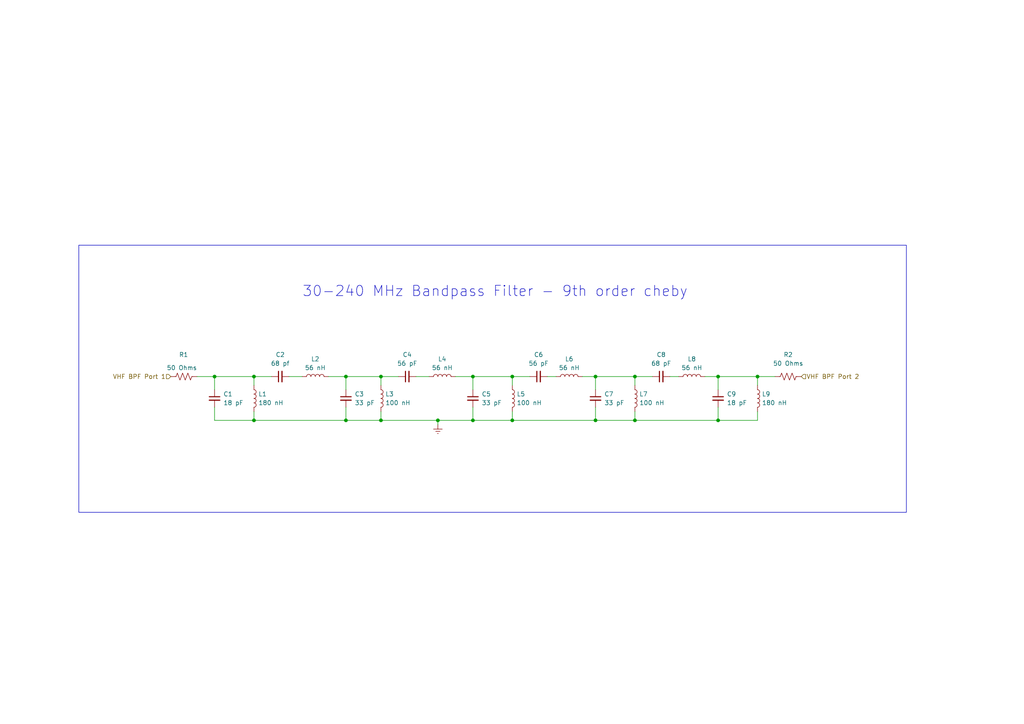
<source format=kicad_sch>
(kicad_sch (version 20230121) (generator eeschema)
  (paper "A4")
  (title_block (title "PLUTO RF Front-End Card") (rev " 001") (company "Steves Custom Computers"))
  (lib_symbols
    (symbol "Device:C_Small" (pin_numbers hide) (pin_names (offset 0.254) hide)
      (property "Reference" "C" (at 0.254 1.778 0))
      (property "Value" "C_Small" (at 0.254 -2.032 0))
      (symbol "C_Small_0_1"
        (polyline (pts (xy -1.524 -0.508) (xy 1.524 -0.508)) (stroke (width 0.3302)))
        (polyline (pts (xy -1.524 0.508) (xy 1.524 0.508)) (stroke (width 0.3048)))
      )
      (symbol "C_Small_1_1"
        (pin passive line (at 0 2.54 270) (length 2.032) (name "~") (number "1"))
        (pin passive line (at 0 -2.54 90) (length 2.032) (name "~") (number "2"))
      )
    )
    (symbol "Device:L" (pin_numbers hide) (pin_names (offset 1.016) hide)
      (property "Reference" "L" (at -1.27 0 90))
      (property "Value" "L" (at 1.905 0 90))
      (symbol "L_0_1"
        (arc (start 0 -2.54) (mid 0.6323 -1.905) (end 0 -1.27))
        (arc (start 0 -1.27) (mid 0.6323 -0.635) (end 0 0))
        (arc (start 0 0) (mid 0.6323 0.635) (end 0 1.27))
        (arc (start 0 1.27) (mid 0.6323 1.905) (end 0 2.54))
      )
      (symbol "L_1_1"
        (pin passive line (at 0 3.81 270) (length 1.27) (name "1") (number "1"))
        (pin passive line (at 0 -3.81 90) (length 1.27) (name "2") (number "2"))
      )
    )
    (symbol "Device:R_US" (pin_numbers hide) (pin_names (offset 0))
      (property "Reference" "R" (at 2.54 0 90))
      (property "Value" "R_US" (at -2.54 0 90))
      (symbol "R_US_0_1"
        (polyline (pts (xy 0 -2.286) (xy 0 -2.54)))
        (polyline (pts (xy 0 2.286) (xy 0 2.54)))
        (polyline (pts (xy 0 -0.762) (xy 1.016 -1.143) (xy 0 -1.524) (xy -1.016 -1.905) (xy 0 -2.286)))
        (polyline (pts (xy 0 0.762) (xy 1.016 0.381) (xy 0 0) (xy -1.016 -0.381) (xy 0 -0.762)))
        (polyline (pts (xy 0 2.286) (xy 1.016 1.905) (xy 0 1.524) (xy -1.016 1.143) (xy 0 0.762)))
      )
      (symbol "R_US_1_1"
        (pin passive line (at 0 3.81 270) (length 1.27) (name "~") (number "1"))
        (pin passive line (at 0 -3.81 90) (length 1.27) (name "~") (number "2"))
      )
    )
    (symbol "power:Earth" (power) (pin_names (offset 0))
      (symbol "Earth_0_1"
        (polyline (pts (xy -0.635 -1.905) (xy 0.635 -1.905)))
        (polyline (pts (xy -0.127 -2.54) (xy 0.127 -2.54)))
        (polyline (pts (xy 0 -1.27) (xy 0 0)))
        (polyline (pts (xy 1.27 -1.27) (xy -1.27 -1.27)))
      )
      (symbol "Earth_1_1"
        (pin power_in line (at 0 0 270) (length 0) hide (name "Earth") (number "1"))
      )
    )
  )
  (junction (at 100.33 121.92))
  (junction (at 172.72 109.22))
  (junction (at 208.28 121.92))
  (junction (at 100.33 109.22))
  (junction (at 148.59 109.22))
  (junction (at 110.49 109.22))
  (junction (at 184.15 121.92))
  (junction (at 73.66 109.22))
  (junction (at 73.66 121.92))
  (junction (at 62.23 109.22))
  (junction (at 148.59 121.92))
  (junction (at 110.49 121.92))
  (junction (at 137.16 121.92))
  (junction (at 172.72 121.92))
  (junction (at 208.28 109.22))
  (junction (at 127 121.92))
  (junction (at 184.15 109.22))
  (junction (at 137.16 109.22))
  (junction (at 219.71 109.22))
  (wire (pts (xy 62.23 121.92) (xy 73.66 121.92)))
  (wire (pts (xy 62.23 109.22) (xy 73.66 109.22)))
  (wire (pts (xy 62.23 118.11) (xy 62.23 121.92)))
  (wire (pts (xy 204.47 109.22) (xy 208.28 109.22)))
  (wire (pts (xy 172.72 109.22) (xy 184.15 109.22)))
  (wire (pts (xy 208.28 118.11) (xy 208.28 121.92)))
  (wire (pts (xy 208.28 113.03) (xy 208.28 109.22)))
  (wire (pts (xy 137.16 109.22) (xy 137.16 113.03)))
  (wire (pts (xy 124.46 109.22) (xy 120.65 109.22)))
  (wire (pts (xy 110.49 111.76) (xy 110.49 109.22)))
  (wire (pts (xy 78.74 109.22) (xy 73.66 109.22)))
  (wire (pts (xy 110.49 119.38) (xy 110.49 121.92)))
  (wire (pts (xy 208.28 121.92) (xy 184.15 121.92)))
  (wire (pts (xy 110.49 109.22) (xy 115.57 109.22)))
  (wire (pts (xy 132.08 109.22) (xy 137.16 109.22)))
  (wire (pts (xy 137.16 121.92) (xy 127 121.92)))
  (wire (pts (xy 148.59 121.92) (xy 172.72 121.92)))
  (wire (pts (xy 148.59 109.22) (xy 137.16 109.22)))
  (wire (pts (xy 224.79 109.22) (xy 219.71 109.22)))
  (wire (pts (xy 100.33 118.11) (xy 100.33 121.92)))
  (wire (pts (xy 100.33 109.22) (xy 100.33 113.03)))
  (wire (pts (xy 184.15 111.76) (xy 184.15 109.22)))
  (wire (pts (xy 127 121.92) (xy 127 123.19)))
  (wire (pts (xy 148.59 121.92) (xy 137.16 121.92)))
  (wire (pts (xy 73.66 109.22) (xy 73.66 111.76)))
  (wire (pts (xy 184.15 119.38) (xy 184.15 121.92)))
  (wire (pts (xy 100.33 109.22) (xy 110.49 109.22)))
  (wire (pts (xy 100.33 121.92) (xy 110.49 121.92)))
  (wire (pts (xy 153.67 109.22) (xy 148.59 109.22)))
  (wire (pts (xy 219.71 109.22) (xy 219.71 111.76)))
  (wire (pts (xy 161.29 109.22) (xy 158.75 109.22)))
  (wire (pts (xy 219.71 121.92) (xy 219.71 119.38)))
  (wire (pts (xy 148.59 119.38) (xy 148.59 121.92)))
  (wire (pts (xy 127 121.92) (xy 110.49 121.92)))
  (wire (pts (xy 189.23 109.22) (xy 184.15 109.22)))
  (wire (pts (xy 208.28 121.92) (xy 219.71 121.92)))
  (wire (pts (xy 57.15 109.22) (xy 62.23 109.22)))
  (wire (pts (xy 73.66 121.92) (xy 73.66 119.38)))
  (wire (pts (xy 172.72 118.11) (xy 172.72 121.92)))
  (wire (pts (xy 148.59 111.76) (xy 148.59 109.22)))
  (wire (pts (xy 62.23 113.03) (xy 62.23 109.22)))
  (wire (pts (xy 168.91 109.22) (xy 172.72 109.22)))
  (wire (pts (xy 87.63 109.22) (xy 83.82 109.22)))
  (wire (pts (xy 196.85 109.22) (xy 194.31 109.22)))
  (wire (pts (xy 100.33 121.92) (xy 73.66 121.92)))
  (wire (pts (xy 95.25 109.22) (xy 100.33 109.22)))
  (wire (pts (xy 208.28 109.22) (xy 219.71 109.22)))
  (wire (pts (xy 172.72 109.22) (xy 172.72 113.03)))
  (wire (pts (xy 137.16 118.11) (xy 137.16 121.92)))
  (wire (pts (xy 172.72 121.92) (xy 184.15 121.92)))
  (rectangle (start 22.86 71.12) (end 262.89 148.59))
  (text "30-240 MHz Bandpass Filter - 9th order cheby" (at 87.63 86.36 0) (effects (font (size 3 3)) (justify left bottom)))
  (hierarchical_label "VHF BPF Port 2" (shape input) (at 232.41 109.22 0))
  (hierarchical_label "VHF BPF Port 1" (shape input) (at 49.53 109.22 180))
  (symbol (lib_id "Device:L") (at 91.44 109.22 90) (unit 1)
    (property "Reference" "L2" (at 91.44 104.14 90))
    (property "Value" "56 nH" (at 91.44 106.68 90))
    (property "Footprint" "Inductor_SMD:L_1206_3216Metric" (effects hide))
    (instances (project "UpDownConverter" (path "" (reference "L2") (unit 1)) (path "" (reference "L2") (unit 1)) (path "" (reference "L11") (unit 1))))
  )
  (symbol (lib_id "Device:C_Small") (at 62.23 115.57 0) (unit 1)
    (property "Reference" "C1" (at 64.77 114.3063 0) (effects (justify left)))
    (property "Value" "18 pF" (at 64.77 116.8463 0) (effects (justify left)))
    (property "Footprint" "Capacitor_SMD:C_1206_3216Metric" (effects hide))
    (instances (project "UpDownConverter" (path "" (reference "C1") (unit 1)) (path "" (reference "C1") (unit 1)) (path "" (reference "C10") (unit 1))))
  )
  (symbol (lib_id "Device:R_US") (at 228.6 109.22 90) (unit 1)
    (property "Reference" "R2" (at 228.6 102.87 90))
    (property "Value" "50 Ohms" (at 228.6 105.41 90))
    (property "Footprint" "Resistor_SMD:R_1206_3216Metric" (effects hide))
    (instances (project "UpDownConverter" (path "" (reference "R2") (unit 1)) (path "" (reference "R4") (unit 1))))
  )
  (symbol (lib_id "Device:L") (at 110.49 115.57 0) (unit 1)
    (property "Reference" "L3" (at 111.76 114.3 0) (effects (justify left)))
    (property "Value" "100 nH" (at 111.76 116.84 0) (effects (justify left)))
    (property "Footprint" "Inductor_SMD:L_1206_3216Metric" (effects hide))
    (instances (project "UpDownConverter" (path "" (reference "L3") (unit 1)) (path "" (reference "L3") (unit 1)) (path "" (reference "L12") (unit 1))))
  )
  (symbol (lib_id "power:Earth") (at 127 123.19 0) (unit 1)
    (property "Reference" "#PWR08" (effects hide))
    (property "Value" "Earth" (effects hide))
    (instances (project "UpDownConverter" (path "" (reference "#PWR08") (unit 1)) (path "" (reference "#PWR011") (unit 1)) (path "" (reference "#PWR03") (unit 1))))
  )
  (symbol (lib_id "Device:L") (at 128.27 109.22 90) (unit 1)
    (property "Reference" "L4" (at 128.27 104.14 90))
    (property "Value" "56 nH" (at 128.27 106.68 90))
    (property "Footprint" "Inductor_SMD:L_1206_3216Metric" (effects hide))
    (instances (project "UpDownConverter" (path "" (reference "L4") (unit 1)) (path "" (reference "L4") (unit 1)) (path "" (reference "L13") (unit 1))))
  )
  (symbol (lib_id "Device:R_US") (at 53.34 109.22 90) (unit 1)
    (property "Reference" "R1" (at 54.61 102.87 90) (effects (justify left)))
    (property "Value" "50 Ohms" (at 57.15 106.68 90) (effects (justify left)))
    (property "Footprint" "Resistor_SMD:R_1206_3216Metric" (effects hide))
    (instances (project "UpDownConverter" (path "" (reference "R1") (unit 1)) (path "" (reference "R3") (unit 1))))
  )
  (symbol (lib_id "Device:C_Small") (at 137.16 115.57 0) (unit 1)
    (property "Reference" "C5" (at 139.7 114.3063 0) (effects (justify left)))
    (property "Value" "33 pF" (at 139.7 116.8463 0) (effects (justify left)))
    (property "Footprint" "Capacitor_SMD:C_1206_3216Metric" (effects hide))
    (instances (project "UpDownConverter" (path "" (reference "C5") (unit 1)) (path "" (reference "C5") (unit 1)) (path "" (reference "C14") (unit 1))))
  )
  (symbol (lib_id "Device:L") (at 219.71 115.57 0) (unit 1)
    (property "Reference" "L9" (at 220.98 114.3 0) (effects (justify left)))
    (property "Value" "180 nH" (at 220.98 116.84 0) (effects (justify left)))
    (property "Footprint" "Inductor_SMD:L_1206_3216Metric" (effects hide))
    (instances (project "UpDownConverter" (path "" (reference "L9") (unit 1)) (path "" (reference "L9") (unit 1)) (path "" (reference "L18") (unit 1))))
  )
  (symbol (lib_id "Device:C_Small") (at 156.21 109.22 90) (unit 1)
    (property "Reference" "C6" (at 156.2163 102.87 90))
    (property "Value" "56 pF" (at 156.2163 105.41 90))
    (property "Footprint" "Capacitor_SMD:C_1206_3216Metric" (effects hide))
    (instances (project "UpDownConverter" (path "" (reference "C6") (unit 1)) (path "" (reference "C6") (unit 1)) (path "" (reference "C15") (unit 1))))
  )
  (symbol (lib_id "Device:C_Small") (at 100.33 115.57 0) (unit 1)
    (property "Reference" "C3" (at 102.87 114.3063 0) (effects (justify left)))
    (property "Value" "33 pF" (at 102.87 116.8463 0) (effects (justify left)))
    (property "Footprint" "Capacitor_SMD:C_1206_3216Metric" (effects hide))
    (instances (project "UpDownConverter" (path "" (reference "C3") (unit 1)) (path "" (reference "C3") (unit 1)) (path "" (reference "C12") (unit 1))))
  )
  (symbol (lib_id "Device:C_Small") (at 208.28 115.57 0) (unit 1)
    (property "Reference" "C9" (at 210.82 114.3 0) (effects (justify left)))
    (property "Value" "18 pF" (at 210.82 116.84 0) (effects (justify left)))
    (property "Footprint" "Capacitor_SMD:C_1206_3216Metric" (effects hide))
    (instances (project "UpDownConverter" (path "" (reference "C9") (unit 1)) (path "" (reference "C9") (unit 1)) (path "" (reference "C18") (unit 1))))
  )
  (symbol (lib_id "Device:L") (at 184.15 115.57 0) (unit 1)
    (property "Reference" "L7" (at 185.42 114.3 0) (effects (justify left)))
    (property "Value" "100 nH" (at 185.42 116.84 0) (effects (justify left)))
    (property "Footprint" "Inductor_SMD:L_1206_3216Metric" (effects hide))
    (instances (project "UpDownConverter" (path "" (reference "L7") (unit 1)) (path "" (reference "L7") (unit 1)) (path "" (reference "L16") (unit 1))))
  )
  (symbol (lib_id "Device:C_Small") (at 118.11 109.22 90) (unit 1)
    (property "Reference" "C4" (at 118.1163 102.87 90))
    (property "Value" "56 pF" (at 118.1163 105.41 90))
    (property "Footprint" "Capacitor_SMD:C_1206_3216Metric" (effects hide))
    (instances (project "UpDownConverter" (path "" (reference "C4") (unit 1)) (path "" (reference "C4") (unit 1)) (path "" (reference "C13") (unit 1))))
  )
  (symbol (lib_id "Device:L") (at 148.59 115.57 0) (unit 1)
    (property "Reference" "L5" (at 149.86 114.3 0) (effects (justify left)))
    (property "Value" "100 nH" (at 149.86 116.84 0) (effects (justify left)))
    (property "Footprint" "Inductor_SMD:L_1206_3216Metric" (effects hide))
    (instances (project "UpDownConverter" (path "" (reference "L5") (unit 1)) (path "" (reference "L5") (unit 1)) (path "" (reference "L14") (unit 1))))
  )
  (symbol (lib_id "Device:L") (at 200.66 109.22 90) (unit 1)
    (property "Reference" "L8" (at 200.66 104.14 90))
    (property "Value" "56 nH" (at 200.66 106.68 90))
    (property "Footprint" "Inductor_SMD:L_1206_3216Metric" (effects hide))
    (instances (project "UpDownConverter" (path "" (reference "L8") (unit 1)) (path "" (reference "L8") (unit 1)) (path "" (reference "L17") (unit 1))))
  )
  (symbol (lib_id "Device:C_Small") (at 191.77 109.22 90) (unit 1)
    (property "Reference" "C8" (at 191.7763 102.87 90))
    (property "Value" "68 pF" (at 191.7763 105.41 90))
    (property "Footprint" "Capacitor_SMD:C_1206_3216Metric" (effects hide))
    (instances (project "UpDownConverter" (path "" (reference "C8") (unit 1)) (path "" (reference "C8") (unit 1)) (path "" (reference "C17") (unit 1))))
  )
  (symbol (lib_id "Device:C_Small") (at 81.28 109.22 90) (unit 1)
    (property "Reference" "C2" (at 81.2863 102.87 90))
    (property "Value" "68 pf" (at 81.2863 105.41 90))
    (property "Footprint" "Capacitor_SMD:C_1206_3216Metric" (effects hide))
    (instances (project "UpDownConverter" (path "" (reference "C2") (unit 1)) (path "" (reference "C2") (unit 1)) (path "" (reference "C11") (unit 1))))
  )
  (symbol (lib_id "Device:L") (at 165.1 109.22 90) (unit 1)
    (property "Reference" "L6" (at 165.1 104.14 90))
    (property "Value" "56 nH" (at 165.1 106.68 90))
    (property "Footprint" "Inductor_SMD:L_1206_3216Metric" (effects hide))
    (instances (project "UpDownConverter" (path "" (reference "L6") (unit 1)) (path "" (reference "L6") (unit 1)) (path "" (reference "L15") (unit 1))))
  )
  (symbol (lib_id "Device:L") (at 73.66 115.57 0) (unit 1)
    (property "Reference" "L1" (at 74.93 114.3 0) (effects (justify left)))
    (property "Value" "180 nH" (at 74.93 116.84 0) (effects (justify left)))
    (property "Footprint" "Inductor_SMD:L_1206_3216Metric" (effects hide))
    (instances (project "UpDownConverter" (path "" (reference "L1") (unit 1)) (path "" (reference "L1") (unit 1)) (path "" (reference "L10") (unit 1))))
  )
  (symbol (lib_id "Device:C_Small") (at 172.72 115.57 0) (unit 1)
    (property "Reference" "C7" (at 175.26 114.3063 0) (effects (justify left)))
    (property "Value" "33 pF" (at 175.26 116.8463 0) (effects (justify left)))
    (property "Footprint" "Capacitor_SMD:C_1206_3216Metric" (effects hide))
    (instances (project "UpDownConverter" (path "" (reference "C7") (unit 1)) (path "" (reference "C7") (unit 1)) (path "" (reference "C16") (unit 1))))
  )
)
</source>
